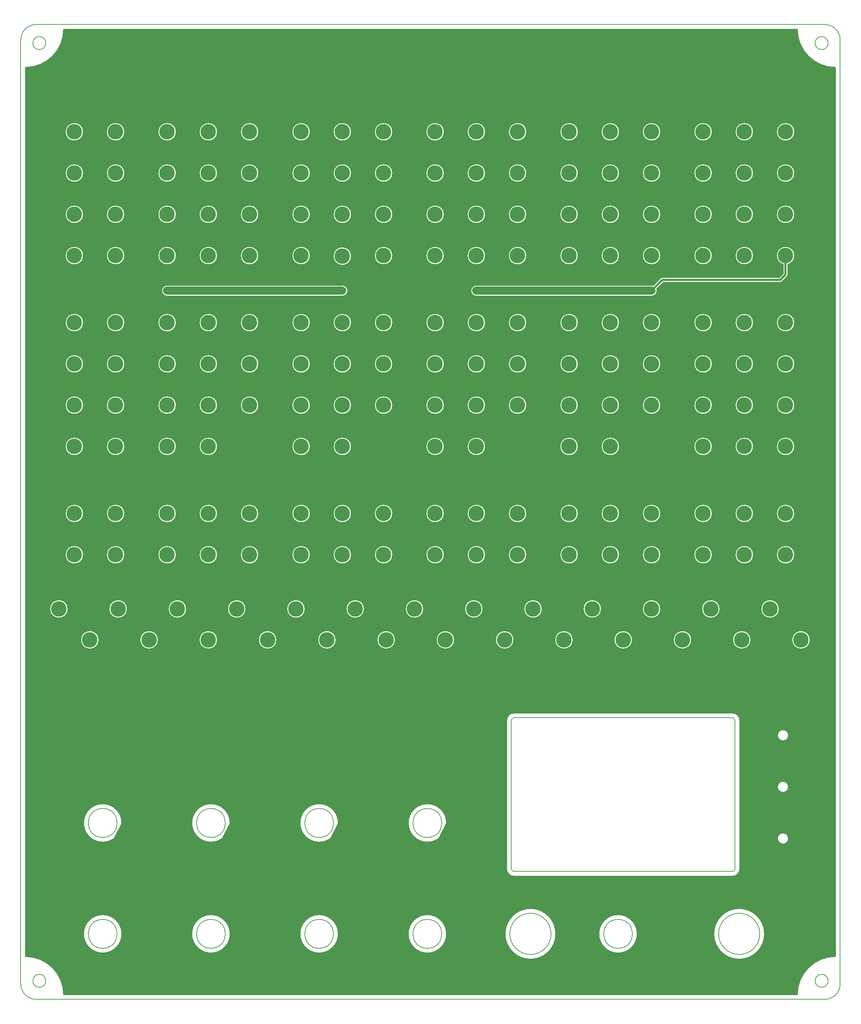
<source format=gbr>
G04 DesignSpark PCB PRO Gerber Version 9.0 Build 5138 *
G04 #@! TF.Part,Single*
G04 #@! TF.FileFunction,Copper,L1,Top *
G04 #@! TF.FilePolarity,Positive *
%FSLAX35Y35*%
%MOIN*%
%ADD13C,0.00500*%
%ADD75C,0.02000*%
G04 #@! TA.AperFunction,ViaPad*
%ADD73C,0.03600*%
G04 #@! TD.AperFunction*
%ADD74C,0.08000*%
G04 #@! TA.AperFunction,ComponentPad*
%ADD76C,0.15000*%
X0Y0D02*
D02*
D13*
X15300Y14000D02*
X780300D01*
G75*
G03X795300Y29000J15000*
G01*
Y944000*
G75*
G03X780300Y959000I-15000*
G01*
X15300*
G75*
G03X300Y944000J-15000*
G01*
Y29000*
G75*
G03X15300Y14000I15000*
G01*
X18300Y38300D02*
G75*
G03Y25700J-6300D01*
G01*
G75*
G03Y38300J6300*
G01*
Y947300D02*
G75*
G03Y934700J-6300D01*
G01*
G75*
G03Y947300J6300*
G01*
X79800Y91500D02*
G75*
G03Y63500J-14000D01*
G01*
G75*
G03Y91500J14000*
G01*
Y199000D02*
G75*
G03Y171000J-14000D01*
G01*
G75*
G03Y199000J14000*
G01*
X184800Y91500D02*
G75*
G03Y63500J-14000D01*
G01*
G75*
G03Y91500J14000*
G01*
Y199000D02*
G75*
G03Y171000J-14000D01*
G01*
G75*
G03Y199000J14000*
G01*
X289800Y91500D02*
G75*
G03Y63500J-14000D01*
G01*
G75*
G03Y91500J14000*
G01*
Y199000D02*
G75*
G03Y171000J-14000D01*
G01*
G75*
G03Y199000J14000*
G01*
X394800Y91500D02*
G75*
G03Y63500J-14000D01*
G01*
G75*
G03Y91500J14000*
G01*
Y199000D02*
G75*
G03Y171000J-14000D01*
G01*
G75*
G03Y199000J14000*
G01*
X478800Y138000D02*
X690800D01*
G75*
G03X693300Y140500J2500*
G01*
Y284500*
G75*
G03X690800Y287000I-2500*
G01*
X478800*
G75*
G03X476300Y284500J-2500*
G01*
Y140500*
G75*
G03X478800Y138000I2500*
G01*
X494800Y97500D02*
G75*
G03Y57500J-20000D01*
G01*
G75*
G03Y97500J20000*
G01*
X579800Y91500D02*
G75*
G03Y63500J-14000D01*
G01*
G75*
G03Y91500J14000*
G01*
X697300Y97500D02*
G75*
G03Y57500J-20000D01*
G01*
G75*
G03Y97500J20000*
G01*
X777300Y38300D02*
G75*
G03Y25700J-6300D01*
G01*
G75*
G03Y38300J6300*
G01*
Y947300D02*
G75*
G03Y934700J-6300D01*
G01*
G75*
G03Y947300J6300*
G01*
X790800Y917500D02*
G75*
G02X753800Y954500J37000D01*
G01*
X41800*
G75*
G02X4800Y917500I-37000*
G01*
Y55500*
G75*
G02X41800Y18500J-37000*
G01*
X753800*
G75*
G02X790800Y55500I37000*
G01*
Y917500*
X43550Y445000D02*
G75*
G02X61050I8750D01*
G01*
G75*
G02X43550I-8750*
G01*
X58550Y362500D02*
G75*
G02X76050I8750D01*
G01*
G75*
G02X58550I-8750*
G01*
X79800Y96000D02*
G75*
G02X98300Y77500J-18500D01*
G01*
G75*
G02X79800Y59000I-18500*
G01*
G75*
G02X61300Y77500J18500*
G01*
G75*
G02X79800Y96000I18500*
G01*
Y203500D02*
G75*
G02X98300Y185000J-18500D01*
G01*
G75*
G02X79800Y166500I-18500*
G01*
G75*
G02X61300Y185000J18500*
G01*
G75*
G02X79800Y203500I18500*
G01*
X43550Y485000D02*
G75*
G02X61050I8750D01*
G01*
G75*
G02X43550I-8750*
G01*
Y550000D02*
G75*
G02X61050I8750D01*
G01*
G75*
G02X43550I-8750*
G01*
Y590000D02*
G75*
G02X61050I8750D01*
G01*
G75*
G02X43550I-8750*
G01*
Y630000D02*
G75*
G02X61050I8750D01*
G01*
G75*
G02X43550I-8750*
G01*
Y670000D02*
G75*
G02X61050I8750D01*
G01*
G75*
G02X43550I-8750*
G01*
Y735000D02*
G75*
G02X61050I8750D01*
G01*
G75*
G02X43550I-8750*
G01*
Y775000D02*
G75*
G02X61050I8750D01*
G01*
G75*
G02X43550I-8750*
G01*
Y815000D02*
G75*
G02X61050I8750D01*
G01*
G75*
G02X43550I-8750*
G01*
Y855000D02*
G75*
G02X61050I8750D01*
G01*
G75*
G02X43550I-8750*
G01*
X83550Y445000D02*
G75*
G02X101050I8750D01*
G01*
G75*
G02X83550I-8750*
G01*
X86050Y392500D02*
G75*
G02X103550I8750D01*
G01*
G75*
G02X86050I-8750*
G01*
X83550Y485000D02*
G75*
G02X101050I8750D01*
G01*
G75*
G02X83550I-8750*
G01*
Y550000D02*
G75*
G02X101050I8750D01*
G01*
G75*
G02X83550I-8750*
G01*
Y590000D02*
G75*
G02X101050I8750D01*
G01*
G75*
G02X83550I-8750*
G01*
Y630000D02*
G75*
G02X101050I8750D01*
G01*
G75*
G02X83550I-8750*
G01*
Y670000D02*
G75*
G02X101050I8750D01*
G01*
G75*
G02X83550I-8750*
G01*
Y735000D02*
G75*
G02X101050I8750D01*
G01*
G75*
G02X83550I-8750*
G01*
Y775000D02*
G75*
G02X101050I8750D01*
G01*
G75*
G02X83550I-8750*
G01*
Y815000D02*
G75*
G02X101050I8750D01*
G01*
G75*
G02X83550I-8750*
G01*
Y855000D02*
G75*
G02X101050I8750D01*
G01*
G75*
G02X83550I-8750*
G01*
X116050Y362500D02*
G75*
G02X133550I8750D01*
G01*
G75*
G02X116050I-8750*
G01*
X133550Y445000D02*
G75*
G02X151050I8750D01*
G01*
G75*
G02X133550I-8750*
G01*
X143550Y392500D02*
G75*
G02X161050I8750D01*
G01*
G75*
G02X143550I-8750*
G01*
X133550Y485000D02*
G75*
G02X151050I8750D01*
G01*
G75*
G02X133550I-8750*
G01*
Y550000D02*
G75*
G02X151050I8750D01*
G01*
G75*
G02X133550I-8750*
G01*
Y590000D02*
G75*
G02X151050I8750D01*
G01*
G75*
G02X133550I-8750*
G01*
Y630000D02*
G75*
G02X151050I8750D01*
G01*
G75*
G02X133550I-8750*
G01*
Y670000D02*
G75*
G02X151050I8750D01*
G01*
G75*
G02X133550I-8750*
G01*
Y735000D02*
G75*
G02X151050I8750D01*
G01*
G75*
G02X133550I-8750*
G01*
X312300Y706250D02*
G75*
G02X317550Y701000J-5250D01*
G01*
G75*
G02X312300Y695750I-5250*
G01*
X142300*
G75*
G02X137050Y701000J5250*
G01*
G75*
G02X142300Y706250I5250*
G01*
X312300*
X258550Y392500D02*
G75*
G02X276050I8750D01*
G01*
G75*
G02X258550I-8750*
G01*
X289800Y96000D02*
G75*
G02X308300Y77500J-18500D01*
G01*
G75*
G02X289800Y59000I-18500*
G01*
G75*
G02X271300Y77500J18500*
G01*
G75*
G02X289800Y96000I18500*
G01*
Y203500D02*
G75*
G02X308300Y185000J-18500D01*
G01*
G75*
G02X289800Y166500I-18500*
G01*
G75*
G02X271300Y185000J18500*
G01*
G75*
G02X289800Y203500I18500*
G01*
X263550Y445000D02*
G75*
G02X281050I8750D01*
G01*
G75*
G02X263550I-8750*
G01*
Y485000D02*
G75*
G02X281050I8750D01*
G01*
G75*
G02X263550I-8750*
G01*
Y550000D02*
G75*
G02X281050I8750D01*
G01*
G75*
G02X263550I-8750*
G01*
Y590000D02*
G75*
G02X281050I8750D01*
G01*
G75*
G02X263550I-8750*
G01*
Y630000D02*
G75*
G02X281050I8750D01*
G01*
G75*
G02X263550I-8750*
G01*
Y670000D02*
G75*
G02X281050I8750D01*
G01*
G75*
G02X263550I-8750*
G01*
X288550Y362500D02*
G75*
G02X306050I8750D01*
G01*
G75*
G02X288550I-8750*
G01*
X303550Y445000D02*
G75*
G02X321050I8750D01*
G01*
G75*
G02X303550I-8750*
G01*
X316050Y392500D02*
G75*
G02X333550I8750D01*
G01*
G75*
G02X316050I-8750*
G01*
X303550Y485000D02*
G75*
G02X321050I8750D01*
G01*
G75*
G02X303550I-8750*
G01*
Y550000D02*
G75*
G02X321050I8750D01*
G01*
G75*
G02X303550I-8750*
G01*
Y590000D02*
G75*
G02X321050I8750D01*
G01*
G75*
G02X303550I-8750*
G01*
Y630000D02*
G75*
G02X321050I8750D01*
G01*
G75*
G02X303550I-8750*
G01*
Y670000D02*
G75*
G02X321050I8750D01*
G01*
G75*
G02X303550I-8750*
G01*
X184800Y96000D02*
G75*
G02Y59000J-18500D01*
G01*
G75*
G02X166300Y77500J18500*
G01*
G75*
G02X184800Y96000I18500*
G01*
Y203500D02*
G75*
G02X203300Y185000J-18500D01*
G01*
G75*
G02X184800Y166500I-18500*
G01*
G75*
G02X166300Y185000J18500*
G01*
G75*
G02X184800Y203500I18500*
G01*
X173550Y362500D02*
G75*
G02X191050I8750D01*
G01*
G75*
G02X173550I-8750*
G01*
Y445000D02*
G75*
G02X191050I8750D01*
G01*
G75*
G02X173550I-8750*
G01*
Y485000D02*
G75*
G02X191050I8750D01*
G01*
G75*
G02X173550I-8750*
G01*
Y550000D02*
G75*
G02X191050I8750D01*
G01*
G75*
G02X173550I-8750*
G01*
Y590000D02*
G75*
G02X191050I8750D01*
G01*
G75*
G02X173550I-8750*
G01*
Y630000D02*
G75*
G02X191050I8750D01*
G01*
G75*
G02X173550I-8750*
G01*
Y670000D02*
G75*
G02X191050I8750D01*
G01*
G75*
G02X173550I-8750*
G01*
X201050Y392500D02*
G75*
G02X218550I8750D01*
G01*
G75*
G02X201050I-8750*
G01*
X213550Y445000D02*
G75*
G02X231050I8750D01*
G01*
G75*
G02X213550I-8750*
G01*
X231050Y362500D02*
G75*
G02X248550I8750D01*
G01*
G75*
G02X231050I-8750*
G01*
X213550Y485000D02*
G75*
G02X231050I8750D01*
G01*
G75*
G02X213550I-8750*
G01*
Y590000D02*
G75*
G02X231050I8750D01*
G01*
G75*
G02X213550I-8750*
G01*
Y630000D02*
G75*
G02X231050I8750D01*
G01*
G75*
G02X213550I-8750*
G01*
Y670000D02*
G75*
G02X231050I8750D01*
G01*
G75*
G02X213550I-8750*
G01*
X133550Y775000D02*
G75*
G02X151050I8750D01*
G01*
G75*
G02X133550I-8750*
G01*
Y815000D02*
G75*
G02X151050I8750D01*
G01*
G75*
G02X133550I-8750*
G01*
Y855000D02*
G75*
G02X151050I8750D01*
G01*
G75*
G02X133550I-8750*
G01*
X173550Y735000D02*
G75*
G02X191050I8750D01*
G01*
G75*
G02X173550I-8750*
G01*
Y775000D02*
G75*
G02X191050I8750D01*
G01*
G75*
G02X173550I-8750*
G01*
Y815000D02*
G75*
G02X191050I8750D01*
G01*
G75*
G02X173550I-8750*
G01*
Y855000D02*
G75*
G02X191050I8750D01*
G01*
G75*
G02X173550I-8750*
G01*
X213550Y735000D02*
G75*
G02X231050I8750D01*
G01*
G75*
G02X213550I-8750*
G01*
Y775000D02*
G75*
G02X231050I8750D01*
G01*
G75*
G02X213550I-8750*
G01*
Y815000D02*
G75*
G02X231050I8750D01*
G01*
G75*
G02X213550I-8750*
G01*
Y855000D02*
G75*
G02X231050I8750D01*
G01*
G75*
G02X213550I-8750*
G01*
X263550Y735000D02*
G75*
G02X281050I8750D01*
G01*
G75*
G02X263550I-8750*
G01*
Y775000D02*
G75*
G02X281050I8750D01*
G01*
G75*
G02X263550I-8750*
G01*
Y815000D02*
G75*
G02X281050I8750D01*
G01*
G75*
G02X263550I-8750*
G01*
Y855000D02*
G75*
G02X281050I8750D01*
G01*
G75*
G02X263550I-8750*
G01*
X303550Y734500D02*
G75*
G02X321050I8750D01*
G01*
G75*
G02X303550I-8750*
G01*
Y775000D02*
G75*
G02X321050I8750D01*
G01*
G75*
G02X303550I-8750*
G01*
Y815000D02*
G75*
G02X321050I8750D01*
G01*
G75*
G02X303550I-8750*
G01*
Y855000D02*
G75*
G02X321050I8750D01*
G01*
G75*
G02X303550I-8750*
G01*
X343550Y445000D02*
G75*
G02X361050I8750D01*
G01*
G75*
G02X343550I-8750*
G01*
X346050Y362500D02*
G75*
G02X363550I8750D01*
G01*
G75*
G02X346050I-8750*
G01*
X343550Y485000D02*
G75*
G02X361050I8750D01*
G01*
G75*
G02X343550I-8750*
G01*
Y590000D02*
G75*
G02X361050I8750D01*
G01*
G75*
G02X343550I-8750*
G01*
Y630000D02*
G75*
G02X361050I8750D01*
G01*
G75*
G02X343550I-8750*
G01*
Y670000D02*
G75*
G02X361050I8750D01*
G01*
G75*
G02X343550I-8750*
G01*
Y735000D02*
G75*
G02X361050I8750D01*
G01*
G75*
G02X343550I-8750*
G01*
Y775000D02*
G75*
G02X361050I8750D01*
G01*
G75*
G02X343550I-8750*
G01*
Y815000D02*
G75*
G02X361050I8750D01*
G01*
G75*
G02X343550I-8750*
G01*
Y855000D02*
G75*
G02X361050I8750D01*
G01*
G75*
G02X343550I-8750*
G01*
X373550Y392500D02*
G75*
G02X391050I8750D01*
G01*
G75*
G02X373550I-8750*
G01*
X394800Y96000D02*
G75*
G02X413300Y77500J-18500D01*
G01*
G75*
G02X394800Y59000I-18500*
G01*
G75*
G02X376300Y77500J18500*
G01*
G75*
G02X394800Y96000I18500*
G01*
Y203500D02*
G75*
G02X413300Y185000J-18500D01*
G01*
G75*
G02X394800Y166500I-18500*
G01*
G75*
G02X376300Y185000J18500*
G01*
G75*
G02X394800Y203500I18500*
G01*
X393550Y445000D02*
G75*
G02X411050I8750D01*
G01*
G75*
G02X393550I-8750*
G01*
X403550Y362500D02*
G75*
G02X421050I8750D01*
G01*
G75*
G02X403550I-8750*
G01*
X393550Y485000D02*
G75*
G02X411050I8750D01*
G01*
G75*
G02X393550I-8750*
G01*
Y550000D02*
G75*
G02X411050I8750D01*
G01*
G75*
G02X393550I-8750*
G01*
Y590000D02*
G75*
G02X411050I8750D01*
G01*
G75*
G02X393550I-8750*
G01*
Y630000D02*
G75*
G02X411050I8750D01*
G01*
G75*
G02X393550I-8750*
G01*
Y670000D02*
G75*
G02X411050I8750D01*
G01*
G75*
G02X393550I-8750*
G01*
Y735000D02*
G75*
G02X411050I8750D01*
G01*
G75*
G02X393550I-8750*
G01*
Y775000D02*
G75*
G02X411050I8750D01*
G01*
G75*
G02X393550I-8750*
G01*
Y815000D02*
G75*
G02X411050I8750D01*
G01*
G75*
G02X393550I-8750*
G01*
Y855000D02*
G75*
G02X411050I8750D01*
G01*
G75*
G02X393550I-8750*
G01*
X431050Y392500D02*
G75*
G02X448550I8750D01*
G01*
G75*
G02X431050I-8750*
G01*
X433550Y445000D02*
G75*
G02X451050I8750D01*
G01*
G75*
G02X433550I-8750*
G01*
Y485000D02*
G75*
G02X451050I8750D01*
G01*
G75*
G02X433550I-8750*
G01*
Y550000D02*
G75*
G02X451050I8750D01*
G01*
G75*
G02X433550I-8750*
G01*
Y590000D02*
G75*
G02X451050I8750D01*
G01*
G75*
G02X433550I-8750*
G01*
Y630000D02*
G75*
G02X451050I8750D01*
G01*
G75*
G02X433550I-8750*
G01*
Y670000D02*
G75*
G02X451050I8750D01*
G01*
G75*
G02X433550I-8750*
G01*
Y735000D02*
G75*
G02X451050I8750D01*
G01*
G75*
G02X433550I-8750*
G01*
X733550D02*
G75*
G02X751050I8750D01*
G01*
G75*
G02X744550Y726544I-8750*
G01*
Y716504*
G75*
G02Y716501I-814J-1*
G01*
G75*
G02Y716500I-716J0*
G01*
G75*
G02X743891Y714909I-2250*
G01*
X738891Y709909*
G75*
G02X737296Y709250I-1591J1591*
G01*
X623732*
X617245Y702763*
G75*
G02X612300Y695750I-4945J-1763*
G01*
X442300*
G75*
G02X437050Y701000J5250*
G01*
G75*
G02X442300Y706250I5250*
G01*
X612300*
G75*
G02X614063Y705945I0J-5250*
G01*
X621206Y713089*
G75*
G02X622800Y713750I1593J-1589*
G01*
X736368*
X740050Y717432*
Y726544*
G75*
G02X733550Y735000I2250J8456*
G01*
X633550Y362500D02*
G75*
G02X651050I8750D01*
G01*
G75*
G02X633550I-8750*
G01*
X653550Y445000D02*
G75*
G02X671050I8750D01*
G01*
G75*
G02X653550I-8750*
G01*
X661050Y392500D02*
G75*
G02X678550I8750D01*
G01*
G75*
G02X661050I-8750*
G01*
X653550Y485000D02*
G75*
G02X671050I8750D01*
G01*
G75*
G02X653550I-8750*
G01*
Y550000D02*
G75*
G02X671050I8750D01*
G01*
G75*
G02X653550I-8750*
G01*
Y590000D02*
G75*
G02X671050I8750D01*
G01*
G75*
G02X653550I-8750*
G01*
Y630000D02*
G75*
G02X671050I8750D01*
G01*
G75*
G02X653550I-8750*
G01*
Y670000D02*
G75*
G02X671050I8750D01*
G01*
G75*
G02X653550I-8750*
G01*
X691050Y362500D02*
G75*
G02X708550I8750D01*
G01*
G75*
G02X691050I-8750*
G01*
X693550Y445000D02*
G75*
G02X711050I8750D01*
G01*
G75*
G02X693550I-8750*
G01*
Y485000D02*
G75*
G02X711050I8750D01*
G01*
G75*
G02X693550I-8750*
G01*
Y550000D02*
G75*
G02X711050I8750D01*
G01*
G75*
G02X693550I-8750*
G01*
Y590000D02*
G75*
G02X711050I8750D01*
G01*
G75*
G02X693550I-8750*
G01*
Y630000D02*
G75*
G02X711050I8750D01*
G01*
G75*
G02X693550I-8750*
G01*
Y670000D02*
G75*
G02X711050I8750D01*
G01*
G75*
G02X693550I-8750*
G01*
X718550Y392500D02*
G75*
G02X736050I8750D01*
G01*
G75*
G02X718550I-8750*
G01*
X739800Y175250D02*
G75*
G02X745050Y170000J-5250D01*
G01*
G75*
G02X739800Y164750I-5250*
G01*
G75*
G02X734550Y170000J5250*
G01*
G75*
G02X739800Y175250I5250*
G01*
Y225250D02*
G75*
G02X745050Y220000J-5250D01*
G01*
G75*
G02X739800Y214750I-5250*
G01*
G75*
G02X734550Y220000J5250*
G01*
G75*
G02X739800Y225250I5250*
G01*
Y275250D02*
G75*
G02X745050Y270000J-5250D01*
G01*
G75*
G02X739800Y264750I-5250*
G01*
G75*
G02X734550Y270000J5250*
G01*
G75*
G02X739800Y275250I5250*
G01*
X733550Y445000D02*
G75*
G02X751050I8750D01*
G01*
G75*
G02X733550I-8750*
G01*
X748550Y362500D02*
G75*
G02X766050I8750D01*
G01*
G75*
G02X748550I-8750*
G01*
X733550Y485000D02*
G75*
G02X751050I8750D01*
G01*
G75*
G02X733550I-8750*
G01*
Y550000D02*
G75*
G02X751050I8750D01*
G01*
G75*
G02X733550I-8750*
G01*
Y590000D02*
G75*
G02X751050I8750D01*
G01*
G75*
G02X733550I-8750*
G01*
Y630000D02*
G75*
G02X751050I8750D01*
G01*
G75*
G02X733550I-8750*
G01*
Y670000D02*
G75*
G02X751050I8750D01*
G01*
G75*
G02X733550I-8750*
G01*
X518550Y362500D02*
G75*
G02X536050I8750D01*
G01*
G75*
G02X518550I-8750*
G01*
X523550Y445000D02*
G75*
G02X541050I8750D01*
G01*
G75*
G02X523550I-8750*
G01*
Y485000D02*
G75*
G02X541050I8750D01*
G01*
G75*
G02X523550I-8750*
G01*
Y550000D02*
G75*
G02X541050I8750D01*
G01*
G75*
G02X523550I-8750*
G01*
Y590000D02*
G75*
G02X541050I8750D01*
G01*
G75*
G02X523550I-8750*
G01*
Y630000D02*
G75*
G02X541050I8750D01*
G01*
G75*
G02X523550I-8750*
G01*
Y670000D02*
G75*
G02X541050I8750D01*
G01*
G75*
G02X523550I-8750*
G01*
X546050Y392500D02*
G75*
G02X563550I8750D01*
G01*
G75*
G02X546050I-8750*
G01*
X563550Y445000D02*
G75*
G02X581050I8750D01*
G01*
G75*
G02X563550I-8750*
G01*
X576050Y362500D02*
G75*
G02X593550I8750D01*
G01*
G75*
G02X576050I-8750*
G01*
X563550Y485000D02*
G75*
G02X581050I8750D01*
G01*
G75*
G02X563550I-8750*
G01*
Y550000D02*
G75*
G02X581050I8750D01*
G01*
G75*
G02X563550I-8750*
G01*
Y590000D02*
G75*
G02X581050I8750D01*
G01*
G75*
G02X563550I-8750*
G01*
Y630000D02*
G75*
G02X581050I8750D01*
G01*
G75*
G02X563550I-8750*
G01*
Y670000D02*
G75*
G02X581050I8750D01*
G01*
G75*
G02X563550I-8750*
G01*
X603550Y392500D02*
G75*
G02X621050I8750D01*
G01*
G75*
G02X603550I-8750*
G01*
Y445000D02*
G75*
G02X621050I8750D01*
G01*
G75*
G02X603550I-8750*
G01*
Y485000D02*
G75*
G02X621050I8750D01*
G01*
G75*
G02X603550I-8750*
G01*
Y590000D02*
G75*
G02X621050I8750D01*
G01*
G75*
G02X603550I-8750*
G01*
Y630000D02*
G75*
G02X621050I8750D01*
G01*
G75*
G02X603550I-8750*
G01*
Y670000D02*
G75*
G02X621050I8750D01*
G01*
G75*
G02X603550I-8750*
G01*
X461050Y362500D02*
G75*
G02X478550I8750D01*
G01*
G75*
G02X461050I-8750*
G01*
X470300Y77500D02*
G75*
G02X519300I24500D01*
G01*
G75*
G02X470300I-24500*
G01*
X690800Y291500D02*
G75*
G02X697800Y284500J-7000D01*
G01*
Y140500*
G75*
G02X690800Y133500I-7000*
G01*
X478800*
G75*
G02X471800Y140500J7000*
G01*
Y284500*
G75*
G02X478800Y291500I7000*
G01*
X690800*
X579800Y96000D02*
G75*
G02Y59000J-18500D01*
G01*
G75*
G02X561300Y77500J18500*
G01*
G75*
G02X579800Y96000I18500*
G01*
X672800Y77500D02*
G75*
G02X721800I24500D01*
G01*
G75*
G02X672800I-24500*
G01*
X473550Y445000D02*
G75*
G02X491050I8750D01*
G01*
G75*
G02X473550I-8750*
G01*
X488550Y392500D02*
G75*
G02X506050I8750D01*
G01*
G75*
G02X488550I-8750*
G01*
X473550Y485000D02*
G75*
G02X491050I8750D01*
G01*
G75*
G02X473550I-8750*
G01*
Y590000D02*
G75*
G02X491050I8750D01*
G01*
G75*
G02X473550I-8750*
G01*
Y630000D02*
G75*
G02X491050I8750D01*
G01*
G75*
G02X473550I-8750*
G01*
Y670000D02*
G75*
G02X491050I8750D01*
G01*
G75*
G02X473550I-8750*
G01*
X433550Y775000D02*
G75*
G02X451050I8750D01*
G01*
G75*
G02X433550I-8750*
G01*
Y815000D02*
G75*
G02X451050I8750D01*
G01*
G75*
G02X433550I-8750*
G01*
Y855000D02*
G75*
G02X451050I8750D01*
G01*
G75*
G02X433550I-8750*
G01*
X473550Y735000D02*
G75*
G02X491050I8750D01*
G01*
G75*
G02X473550I-8750*
G01*
Y775000D02*
G75*
G02X491050I8750D01*
G01*
G75*
G02X473550I-8750*
G01*
Y815000D02*
G75*
G02X491050I8750D01*
G01*
G75*
G02X473550I-8750*
G01*
Y855000D02*
G75*
G02X491050I8750D01*
G01*
G75*
G02X473550I-8750*
G01*
X523550Y735000D02*
G75*
G02X541050I8750D01*
G01*
G75*
G02X523550I-8750*
G01*
Y775000D02*
G75*
G02X541050I8750D01*
G01*
G75*
G02X523550I-8750*
G01*
Y815000D02*
G75*
G02X541050I8750D01*
G01*
G75*
G02X523550I-8750*
G01*
Y855000D02*
G75*
G02X541050I8750D01*
G01*
G75*
G02X523550I-8750*
G01*
X563550Y735000D02*
G75*
G02X581050I8750D01*
G01*
G75*
G02X563550I-8750*
G01*
Y775000D02*
G75*
G02X581050I8750D01*
G01*
G75*
G02X563550I-8750*
G01*
Y815000D02*
G75*
G02X581050I8750D01*
G01*
G75*
G02X563550I-8750*
G01*
Y855000D02*
G75*
G02X581050I8750D01*
G01*
G75*
G02X563550I-8750*
G01*
X603550Y735000D02*
G75*
G02X621050I8750D01*
G01*
G75*
G02X603550I-8750*
G01*
Y775000D02*
G75*
G02X621050I8750D01*
G01*
G75*
G02X603550I-8750*
G01*
Y815000D02*
G75*
G02X621050I8750D01*
G01*
G75*
G02X603550I-8750*
G01*
Y855000D02*
G75*
G02X621050I8750D01*
G01*
G75*
G02X603550I-8750*
G01*
X653550Y735000D02*
G75*
G02X671050I8750D01*
G01*
G75*
G02X653550I-8750*
G01*
Y775000D02*
G75*
G02X671050I8750D01*
G01*
G75*
G02X653550I-8750*
G01*
Y815000D02*
G75*
G02X671050I8750D01*
G01*
G75*
G02X653550I-8750*
G01*
Y855000D02*
G75*
G02X671050I8750D01*
G01*
G75*
G02X653550I-8750*
G01*
X693550Y735000D02*
G75*
G02X711050I8750D01*
G01*
G75*
G02X693550I-8750*
G01*
Y775000D02*
G75*
G02X711050I8750D01*
G01*
G75*
G02X693550I-8750*
G01*
Y815000D02*
G75*
G02X711050I8750D01*
G01*
G75*
G02X693550I-8750*
G01*
Y855000D02*
G75*
G02X711050I8750D01*
G01*
G75*
G02X693550I-8750*
G01*
X733550Y775000D02*
G75*
G02X751050I8750D01*
G01*
G75*
G02X733550I-8750*
G01*
Y815000D02*
G75*
G02X751050I8750D01*
G01*
G75*
G02X733550I-8750*
G01*
Y855000D02*
G75*
G02X751050I8750D01*
G01*
G75*
G02X733550I-8750*
G01*
X28550Y392500D02*
G75*
G02X46050I8750D01*
G01*
G75*
G02X28550I-8750*
G01*
X5050Y77500D02*
G36*
Y55499D01*
G75*
G02X41799Y18750I-250J-36999*
G01*
X753801*
G75*
G02X790550Y55499I36999J-250*
G01*
Y77500*
X721800*
G75*
G02X672800I-24500*
G01*
X598300*
G75*
G02X579800Y59000I-18500*
G01*
G75*
G02X561300Y77500J18500*
G01*
X519300*
G75*
G02X470300I-24500*
G01*
X413300*
G75*
G02X394800Y59000I-18500*
G01*
G75*
G02X376300Y77500J18500*
G01*
X308300*
G75*
G02X289800Y59000I-18500*
G01*
G75*
G02X271300Y77500J18500*
G01*
X203300*
G75*
G02X184800Y59000I-18500*
G01*
G75*
G02X166300Y77500J18500*
G01*
X98300*
G75*
G02X79800Y59000I-18500*
G01*
G75*
G02X61300Y77500J18500*
G01*
X5050*
G37*
Y170000D02*
G36*
Y77500D01*
X61300*
G75*
G02X79800Y96000I18500*
G01*
G75*
G02X98300Y77500J-18500*
G01*
X166300*
G75*
G02X184800Y96000I18500*
G01*
G75*
G02X203300Y77500J-18500*
G01*
X271300*
G75*
G02X289800Y96000I18500*
G01*
G75*
G02X308300Y77500J-18500*
G01*
X376300*
G75*
G02X394800Y96000I18500*
G01*
G75*
G02X413300Y77500J-18500*
G01*
X470300*
G75*
G02X519300I24500*
G01*
X561300*
G75*
G02X579800Y96000I18500*
G01*
G75*
G02X598300Y77500J-18500*
G01*
X672800*
G75*
G02X721800I24500*
G01*
X790550*
Y170000*
X745050*
G75*
G02X739800Y164750I-5250*
G01*
G75*
G02X734550Y170000J5250*
G01*
X697800*
Y140500*
G75*
G02X690800Y133500I-7000*
G01*
X478800*
G75*
G02X471800Y140500J7000*
G01*
Y170000*
X405628*
G75*
G02X394800Y166500I-10828J15000*
G01*
G75*
G02X383972Y170000J18500*
G01*
X300628*
G75*
G02X289800Y166500I-10828J15000*
G01*
G75*
G02X278972Y170000J18500*
G01*
X195628*
G75*
G02X184800Y166500I-10828J15000*
G01*
G75*
G02X173972Y170000J18500*
G01*
X90628*
G75*
G02X79800Y166500I-10828J15000*
G01*
G75*
G02X68972Y170000J18500*
G01*
X5050*
G37*
Y185000D02*
G36*
Y170000D01*
X68972*
G75*
G02X61300Y185000I10828J15000*
G01*
X5050*
G37*
X98300D02*
G36*
G75*
G02X90628Y170000I-18500D01*
G01*
X173972*
G75*
G02X166300Y185000I10828J15000*
G01*
X98300*
G37*
X203300D02*
G36*
G75*
G02X195628Y170000I-18500D01*
G01*
X278972*
G75*
G02X271300Y185000I10828J15000*
G01*
X203300*
G37*
X308300D02*
G36*
G75*
G02X300628Y170000I-18500D01*
G01*
X383972*
G75*
G02X376300Y185000I10828J15000*
G01*
X308300*
G37*
X413300D02*
G36*
G75*
G02X405628Y170000I-18500D01*
G01*
X471800*
Y185000*
X413300*
G37*
X697800D02*
G36*
Y170000D01*
X734550*
G75*
G02X739800Y175250I5250*
G01*
G75*
G02X745050Y170000J-5250*
G01*
X790550*
Y185000*
X697800*
G37*
X5050Y220000D02*
G36*
Y185000D01*
X61300*
G75*
G02X79800Y203500I18500*
G01*
G75*
G02X98300Y185000J-18500*
G01*
X166300*
G75*
G02X184800Y203500I18500*
G01*
G75*
G02X203300Y185000J-18500*
G01*
X271300*
G75*
G02X289800Y203500I18500*
G01*
G75*
G02X308300Y185000J-18500*
G01*
X376300*
G75*
G02X394800Y203500I18500*
G01*
G75*
G02X413300Y185000J-18500*
G01*
X471800*
Y220000*
X5050*
G37*
X697800D02*
G36*
Y185000D01*
X790550*
Y220000*
X745050*
G75*
G02X739800Y214750I-5250*
G01*
G75*
G02X734550Y220000J5250*
G01*
X697800*
G37*
X5050Y270000D02*
G36*
Y220000D01*
X471800*
Y270000*
X5050*
G37*
X697800D02*
G36*
Y220000D01*
X734550*
G75*
G02X739800Y225250I5250*
G01*
G75*
G02X745050Y220000J-5250*
G01*
X790550*
Y270000*
X745050*
G75*
G02X739800Y264750I-5250*
G01*
G75*
G02X734550Y270000J5250*
G01*
X697800*
G37*
X5050Y362500D02*
G36*
Y270000D01*
X471800*
Y284500*
G75*
G02X478800Y291500I7000*
G01*
X690800*
G75*
G02X697800Y284500J-7000*
G01*
Y270000*
X734550*
G75*
G02X739800Y275250I5250*
G01*
G75*
G02X745050Y270000J-5250*
G01*
X790550*
Y362500*
X766050*
G75*
G02X748550I-8750*
G01*
X708550*
G75*
G02X691050I-8750*
G01*
X651050*
G75*
G02X633550I-8750*
G01*
X593550*
G75*
G02X576050I-8750*
G01*
X536050*
G75*
G02X518550I-8750*
G01*
X478550*
G75*
G02X461050I-8750*
G01*
X421050*
G75*
G02X403550I-8750*
G01*
X363550*
G75*
G02X346050I-8750*
G01*
X306050*
G75*
G02X288550I-8750*
G01*
X248550*
G75*
G02X231050I-8750*
G01*
X191050*
G75*
G02X173550I-8750*
G01*
X133550*
G75*
G02X116050I-8750*
G01*
X76050*
G75*
G02X58550I-8750*
G01*
X5050*
G37*
Y392500D02*
G36*
Y362500D01*
X58550*
G75*
G02X76050I8750*
G01*
X116050*
G75*
G02X133550I8750*
G01*
X173550*
G75*
G02X191050I8750*
G01*
X231050*
G75*
G02X248550I8750*
G01*
X288550*
G75*
G02X306050I8750*
G01*
X346050*
G75*
G02X363550I8750*
G01*
X403550*
G75*
G02X421050I8750*
G01*
X461050*
G75*
G02X478550I8750*
G01*
X518550*
G75*
G02X536050I8750*
G01*
X576050*
G75*
G02X593550I8750*
G01*
X633550*
G75*
G02X651050I8750*
G01*
X691050*
G75*
G02X708550I8750*
G01*
X748550*
G75*
G02X766050I8750*
G01*
X790550*
Y392500*
X736050*
G75*
G02X718550I-8750*
G01*
X678550*
G75*
G02X661050I-8750*
G01*
X621050*
G75*
G02X603550I-8750*
G01*
X563550*
G75*
G02X546050I-8750*
G01*
X506050*
G75*
G02X488550I-8750*
G01*
X448550*
G75*
G02X431050I-8750*
G01*
X391050*
G75*
G02X373550I-8750*
G01*
X333550*
G75*
G02X316050I-8750*
G01*
X276050*
G75*
G02X258550I-8750*
G01*
X218550*
G75*
G02X201050I-8750*
G01*
X161050*
G75*
G02X143550I-8750*
G01*
X103550*
G75*
G02X86050I-8750*
G01*
X46050*
G75*
G02X28550I-8750*
G01*
X5050*
G37*
Y445000D02*
G36*
Y392500D01*
X28550*
G75*
G02X46050I8750*
G01*
X86050*
G75*
G02X103550I8750*
G01*
X143550*
G75*
G02X161050I8750*
G01*
X201050*
G75*
G02X218550I8750*
G01*
X258550*
G75*
G02X276050I8750*
G01*
X316050*
G75*
G02X333550I8750*
G01*
X373550*
G75*
G02X391050I8750*
G01*
X431050*
G75*
G02X448550I8750*
G01*
X488550*
G75*
G02X506050I8750*
G01*
X546050*
G75*
G02X563550I8750*
G01*
X603550*
G75*
G02X621050I8750*
G01*
X661050*
G75*
G02X678550I8750*
G01*
X718550*
G75*
G02X736050I8750*
G01*
X790550*
Y445000*
X751050*
G75*
G02X733550I-8750*
G01*
X711050*
G75*
G02X693550I-8750*
G01*
X671050*
G75*
G02X653550I-8750*
G01*
X621050*
G75*
G02X603550I-8750*
G01*
X581050*
G75*
G02X563550I-8750*
G01*
X541050*
G75*
G02X523550I-8750*
G01*
X491050*
G75*
G02X473550I-8750*
G01*
X451050*
G75*
G02X433550I-8750*
G01*
X411050*
G75*
G02X393550I-8750*
G01*
X361050*
G75*
G02X343550I-8750*
G01*
X321050*
G75*
G02X303550I-8750*
G01*
X281050*
G75*
G02X263550I-8750*
G01*
X231050*
G75*
G02X213550I-8750*
G01*
X191050*
G75*
G02X173550I-8750*
G01*
X151050*
G75*
G02X133550I-8750*
G01*
X101050*
G75*
G02X83550I-8750*
G01*
X61050*
G75*
G02X43550I-8750*
G01*
X5050*
G37*
Y485000D02*
G36*
Y445000D01*
X43550*
G75*
G02X61050I8750*
G01*
X83550*
G75*
G02X101050I8750*
G01*
X133550*
G75*
G02X151050I8750*
G01*
X173550*
G75*
G02X191050I8750*
G01*
X213550*
G75*
G02X231050I8750*
G01*
X263550*
G75*
G02X281050I8750*
G01*
X303550*
G75*
G02X321050I8750*
G01*
X343550*
G75*
G02X361050I8750*
G01*
X393550*
G75*
G02X411050I8750*
G01*
X433550*
G75*
G02X451050I8750*
G01*
X473550*
G75*
G02X491050I8750*
G01*
X523550*
G75*
G02X541050I8750*
G01*
X563550*
G75*
G02X581050I8750*
G01*
X603550*
G75*
G02X621050I8750*
G01*
X653550*
G75*
G02X671050I8750*
G01*
X693550*
G75*
G02X711050I8750*
G01*
X733550*
G75*
G02X751050I8750*
G01*
X790550*
Y485000*
X751050*
G75*
G02X733550I-8750*
G01*
X711050*
G75*
G02X693550I-8750*
G01*
X671050*
G75*
G02X653550I-8750*
G01*
X621050*
G75*
G02X603550I-8750*
G01*
X581050*
G75*
G02X563550I-8750*
G01*
X541050*
G75*
G02X523550I-8750*
G01*
X491050*
G75*
G02X473550I-8750*
G01*
X451050*
G75*
G02X433550I-8750*
G01*
X411050*
G75*
G02X393550I-8750*
G01*
X361050*
G75*
G02X343550I-8750*
G01*
X321050*
G75*
G02X303550I-8750*
G01*
X281050*
G75*
G02X263550I-8750*
G01*
X231050*
G75*
G02X213550I-8750*
G01*
X191050*
G75*
G02X173550I-8750*
G01*
X151050*
G75*
G02X133550I-8750*
G01*
X101050*
G75*
G02X83550I-8750*
G01*
X61050*
G75*
G02X43550I-8750*
G01*
X5050*
G37*
Y550000D02*
G36*
Y485000D01*
X43550*
G75*
G02X61050I8750*
G01*
X83550*
G75*
G02X101050I8750*
G01*
X133550*
G75*
G02X151050I8750*
G01*
X173550*
G75*
G02X191050I8750*
G01*
X213550*
G75*
G02X231050I8750*
G01*
X263550*
G75*
G02X281050I8750*
G01*
X303550*
G75*
G02X321050I8750*
G01*
X343550*
G75*
G02X361050I8750*
G01*
X393550*
G75*
G02X411050I8750*
G01*
X433550*
G75*
G02X451050I8750*
G01*
X473550*
G75*
G02X491050I8750*
G01*
X523550*
G75*
G02X541050I8750*
G01*
X563550*
G75*
G02X581050I8750*
G01*
X603550*
G75*
G02X621050I8750*
G01*
X653550*
G75*
G02X671050I8750*
G01*
X693550*
G75*
G02X711050I8750*
G01*
X733550*
G75*
G02X751050I8750*
G01*
X790550*
Y550000*
X751050*
G75*
G02X733550I-8750*
G01*
X711050*
G75*
G02X693550I-8750*
G01*
X671050*
G75*
G02X653550I-8750*
G01*
X581050*
G75*
G02X563550I-8750*
G01*
X541050*
G75*
G02X523550I-8750*
G01*
X451050*
G75*
G02X433550I-8750*
G01*
X411050*
G75*
G02X393550I-8750*
G01*
X321050*
G75*
G02X303550I-8750*
G01*
X281050*
G75*
G02X263550I-8750*
G01*
X191050*
G75*
G02X173550I-8750*
G01*
X151050*
G75*
G02X133550I-8750*
G01*
X101050*
G75*
G02X83550I-8750*
G01*
X61050*
G75*
G02X43550I-8750*
G01*
X5050*
G37*
Y590000D02*
G36*
Y550000D01*
X43550*
G75*
G02X61050I8750*
G01*
X83550*
G75*
G02X101050I8750*
G01*
X133550*
G75*
G02X151050I8750*
G01*
X173550*
G75*
G02X191050I8750*
G01*
X263550*
G75*
G02X281050I8750*
G01*
X303550*
G75*
G02X321050I8750*
G01*
X393550*
G75*
G02X411050I8750*
G01*
X433550*
G75*
G02X451050I8750*
G01*
X523550*
G75*
G02X541050I8750*
G01*
X563550*
G75*
G02X581050I8750*
G01*
X653550*
G75*
G02X671050I8750*
G01*
X693550*
G75*
G02X711050I8750*
G01*
X733550*
G75*
G02X751050I8750*
G01*
X790550*
Y590000*
X751050*
G75*
G02X733550I-8750*
G01*
X711050*
G75*
G02X693550I-8750*
G01*
X671050*
G75*
G02X653550I-8750*
G01*
X621050*
G75*
G02X603550I-8750*
G01*
X581050*
G75*
G02X563550I-8750*
G01*
X541050*
G75*
G02X523550I-8750*
G01*
X491050*
G75*
G02X473550I-8750*
G01*
X451050*
G75*
G02X433550I-8750*
G01*
X411050*
G75*
G02X393550I-8750*
G01*
X361050*
G75*
G02X343550I-8750*
G01*
X321050*
G75*
G02X303550I-8750*
G01*
X281050*
G75*
G02X263550I-8750*
G01*
X231050*
G75*
G02X213550I-8750*
G01*
X191050*
G75*
G02X173550I-8750*
G01*
X151050*
G75*
G02X133550I-8750*
G01*
X101050*
G75*
G02X83550I-8750*
G01*
X61050*
G75*
G02X43550I-8750*
G01*
X5050*
G37*
Y630000D02*
G36*
Y590000D01*
X43550*
G75*
G02X61050I8750*
G01*
X83550*
G75*
G02X101050I8750*
G01*
X133550*
G75*
G02X151050I8750*
G01*
X173550*
G75*
G02X191050I8750*
G01*
X213550*
G75*
G02X231050I8750*
G01*
X263550*
G75*
G02X281050I8750*
G01*
X303550*
G75*
G02X321050I8750*
G01*
X343550*
G75*
G02X361050I8750*
G01*
X393550*
G75*
G02X411050I8750*
G01*
X433550*
G75*
G02X451050I8750*
G01*
X473550*
G75*
G02X491050I8750*
G01*
X523550*
G75*
G02X541050I8750*
G01*
X563550*
G75*
G02X581050I8750*
G01*
X603550*
G75*
G02X621050I8750*
G01*
X653550*
G75*
G02X671050I8750*
G01*
X693550*
G75*
G02X711050I8750*
G01*
X733550*
G75*
G02X751050I8750*
G01*
X790550*
Y630000*
X751050*
G75*
G02X733550I-8750*
G01*
X711050*
G75*
G02X693550I-8750*
G01*
X671050*
G75*
G02X653550I-8750*
G01*
X621050*
G75*
G02X603550I-8750*
G01*
X581050*
G75*
G02X563550I-8750*
G01*
X541050*
G75*
G02X523550I-8750*
G01*
X491050*
G75*
G02X473550I-8750*
G01*
X451050*
G75*
G02X433550I-8750*
G01*
X411050*
G75*
G02X393550I-8750*
G01*
X361050*
G75*
G02X343550I-8750*
G01*
X321050*
G75*
G02X303550I-8750*
G01*
X281050*
G75*
G02X263550I-8750*
G01*
X231050*
G75*
G02X213550I-8750*
G01*
X191050*
G75*
G02X173550I-8750*
G01*
X151050*
G75*
G02X133550I-8750*
G01*
X101050*
G75*
G02X83550I-8750*
G01*
X61050*
G75*
G02X43550I-8750*
G01*
X5050*
G37*
Y670000D02*
G36*
Y630000D01*
X43550*
G75*
G02X61050I8750*
G01*
X83550*
G75*
G02X101050I8750*
G01*
X133550*
G75*
G02X151050I8750*
G01*
X173550*
G75*
G02X191050I8750*
G01*
X213550*
G75*
G02X231050I8750*
G01*
X263550*
G75*
G02X281050I8750*
G01*
X303550*
G75*
G02X321050I8750*
G01*
X343550*
G75*
G02X361050I8750*
G01*
X393550*
G75*
G02X411050I8750*
G01*
X433550*
G75*
G02X451050I8750*
G01*
X473550*
G75*
G02X491050I8750*
G01*
X523550*
G75*
G02X541050I8750*
G01*
X563550*
G75*
G02X581050I8750*
G01*
X603550*
G75*
G02X621050I8750*
G01*
X653550*
G75*
G02X671050I8750*
G01*
X693550*
G75*
G02X711050I8750*
G01*
X733550*
G75*
G02X751050I8750*
G01*
X790550*
Y670000*
X751050*
G75*
G02X733550I-8750*
G01*
X711050*
G75*
G02X693550I-8750*
G01*
X671050*
G75*
G02X653550I-8750*
G01*
X621050*
G75*
G02X603550I-8750*
G01*
X581050*
G75*
G02X563550I-8750*
G01*
X541050*
G75*
G02X523550I-8750*
G01*
X491050*
G75*
G02X473550I-8750*
G01*
X451050*
G75*
G02X433550I-8750*
G01*
X411050*
G75*
G02X393550I-8750*
G01*
X361050*
G75*
G02X343550I-8750*
G01*
X321050*
G75*
G02X303550I-8750*
G01*
X281050*
G75*
G02X263550I-8750*
G01*
X231050*
G75*
G02X213550I-8750*
G01*
X191050*
G75*
G02X173550I-8750*
G01*
X151050*
G75*
G02X133550I-8750*
G01*
X101050*
G75*
G02X83550I-8750*
G01*
X61050*
G75*
G02X43550I-8750*
G01*
X5050*
G37*
Y701000D02*
G36*
Y670000D01*
X43550*
G75*
G02X61050I8750*
G01*
X83550*
G75*
G02X101050I8750*
G01*
X133550*
G75*
G02X151050I8750*
G01*
X173550*
G75*
G02X191050I8750*
G01*
X213550*
G75*
G02X231050I8750*
G01*
X263550*
G75*
G02X281050I8750*
G01*
X303550*
G75*
G02X321050I8750*
G01*
X343550*
G75*
G02X361050I8750*
G01*
X393550*
G75*
G02X411050I8750*
G01*
X433550*
G75*
G02X451050I8750*
G01*
X473550*
G75*
G02X491050I8750*
G01*
X523550*
G75*
G02X541050I8750*
G01*
X563550*
G75*
G02X581050I8750*
G01*
X603550*
G75*
G02X621050I8750*
G01*
X653550*
G75*
G02X671050I8750*
G01*
X693550*
G75*
G02X711050I8750*
G01*
X733550*
G75*
G02X751050I8750*
G01*
X790550*
Y701000*
X617550*
G75*
G02X612300Y695750I-5250*
G01*
X442300*
G75*
G02X437050Y701000J5250*
G01*
X317550*
G75*
G02X312300Y695750I-5250*
G01*
X142300*
G75*
G02X137050Y701000J5250*
G01*
X5050*
G37*
Y735000D02*
G36*
Y701000D01*
X137050*
G75*
G02X142300Y706250I5250*
G01*
X312300*
G75*
G02X317550Y701000J-5250*
G01*
X437050*
G75*
G02X442300Y706250I5250*
G01*
X612300*
G75*
G02X614063Y705945I0J-5256*
G01*
X621206Y713089*
G75*
G02X622800Y713750I1594J-1591*
G01*
X736368*
X740050Y717432*
Y726544*
G75*
G02X733550Y735000I2250J8456*
G01*
Y735000*
X711050*
G75*
G02X693550I-8750*
G01*
X671050*
G75*
G02X653550I-8750*
G01*
X621050*
G75*
G02X603550I-8750*
G01*
X581050*
G75*
G02X563550I-8750*
G01*
X541050*
G75*
G02X523550I-8750*
G01*
X491050*
G75*
G02X473550I-8750*
G01*
X451050*
G75*
G02X433550I-8750*
G01*
X411050*
G75*
G02X393550I-8750*
G01*
X361050*
G75*
G02X343550I-8750*
G01*
X321036*
G75*
G02X321050Y734500I-8738J-498*
G01*
G75*
G02X303550I-8750*
G01*
G75*
G02X303564Y735000I8752J2*
G01*
X281050*
G75*
G02X263550I-8750*
G01*
X231050*
G75*
G02X213550I-8750*
G01*
X191050*
G75*
G02X173550I-8750*
G01*
X151050*
G75*
G02X133550I-8750*
G01*
X101050*
G75*
G02X83550I-8750*
G01*
X61050*
G75*
G02X43550I-8750*
G01*
X5050*
G37*
X617550Y701000D02*
G36*
X790550D01*
Y735000*
X751050*
Y735000*
G75*
G02X744550Y726544I-8750*
G01*
Y716504*
Y716501*
Y716500*
G75*
G02X743891Y714909I-2250*
G01*
X738891Y709909*
G75*
G02X737296Y709250I-1590J1589*
G01*
X623732*
X617245Y702763*
G75*
G02X617550Y701000I-4946J-1763*
G01*
G37*
X5050Y775000D02*
G36*
Y735000D01*
X43550*
G75*
G02X61050I8750*
G01*
X83550*
G75*
G02X101050I8750*
G01*
X133550*
G75*
G02X151050I8750*
G01*
X173550*
G75*
G02X191050I8750*
G01*
X213550*
G75*
G02X231050I8750*
G01*
X263550*
G75*
G02X281050I8750*
G01*
X303564*
G75*
G02X321036I8736J-500*
G01*
X343550*
G75*
G02X361050I8750*
G01*
X393550*
G75*
G02X411050I8750*
G01*
X433550*
G75*
G02X451050I8750*
G01*
X473550*
G75*
G02X491050I8750*
G01*
X523550*
G75*
G02X541050I8750*
G01*
X563550*
G75*
G02X581050I8750*
G01*
X603550*
G75*
G02X621050I8750*
G01*
X653550*
G75*
G02X671050I8750*
G01*
X693550*
G75*
G02X711050I8750*
G01*
X733550*
G75*
G02X751050I8750*
G01*
X790550*
Y775000*
X751050*
G75*
G02X733550I-8750*
G01*
X711050*
G75*
G02X693550I-8750*
G01*
X671050*
G75*
G02X653550I-8750*
G01*
X621050*
G75*
G02X603550I-8750*
G01*
X581050*
G75*
G02X563550I-8750*
G01*
X541050*
G75*
G02X523550I-8750*
G01*
X491050*
G75*
G02X473550I-8750*
G01*
X451050*
G75*
G02X433550I-8750*
G01*
X411050*
G75*
G02X393550I-8750*
G01*
X361050*
G75*
G02X343550I-8750*
G01*
X321050*
G75*
G02X303550I-8750*
G01*
X281050*
G75*
G02X263550I-8750*
G01*
X231050*
G75*
G02X213550I-8750*
G01*
X191050*
G75*
G02X173550I-8750*
G01*
X151050*
G75*
G02X133550I-8750*
G01*
X101050*
G75*
G02X83550I-8750*
G01*
X61050*
G75*
G02X43550I-8750*
G01*
X5050*
G37*
Y815000D02*
G36*
Y775000D01*
X43550*
G75*
G02X61050I8750*
G01*
X83550*
G75*
G02X101050I8750*
G01*
X133550*
G75*
G02X151050I8750*
G01*
X173550*
G75*
G02X191050I8750*
G01*
X213550*
G75*
G02X231050I8750*
G01*
X263550*
G75*
G02X281050I8750*
G01*
X303550*
G75*
G02X321050I8750*
G01*
X343550*
G75*
G02X361050I8750*
G01*
X393550*
G75*
G02X411050I8750*
G01*
X433550*
G75*
G02X451050I8750*
G01*
X473550*
G75*
G02X491050I8750*
G01*
X523550*
G75*
G02X541050I8750*
G01*
X563550*
G75*
G02X581050I8750*
G01*
X603550*
G75*
G02X621050I8750*
G01*
X653550*
G75*
G02X671050I8750*
G01*
X693550*
G75*
G02X711050I8750*
G01*
X733550*
G75*
G02X751050I8750*
G01*
X790550*
Y815000*
X751050*
G75*
G02X733550I-8750*
G01*
X711050*
G75*
G02X693550I-8750*
G01*
X671050*
G75*
G02X653550I-8750*
G01*
X621050*
G75*
G02X603550I-8750*
G01*
X581050*
G75*
G02X563550I-8750*
G01*
X541050*
G75*
G02X523550I-8750*
G01*
X491050*
G75*
G02X473550I-8750*
G01*
X451050*
G75*
G02X433550I-8750*
G01*
X411050*
G75*
G02X393550I-8750*
G01*
X361050*
G75*
G02X343550I-8750*
G01*
X321050*
G75*
G02X303550I-8750*
G01*
X281050*
G75*
G02X263550I-8750*
G01*
X231050*
G75*
G02X213550I-8750*
G01*
X191050*
G75*
G02X173550I-8750*
G01*
X151050*
G75*
G02X133550I-8750*
G01*
X101050*
G75*
G02X83550I-8750*
G01*
X61050*
G75*
G02X43550I-8750*
G01*
X5050*
G37*
Y855000D02*
G36*
Y815000D01*
X43550*
G75*
G02X61050I8750*
G01*
X83550*
G75*
G02X101050I8750*
G01*
X133550*
G75*
G02X151050I8750*
G01*
X173550*
G75*
G02X191050I8750*
G01*
X213550*
G75*
G02X231050I8750*
G01*
X263550*
G75*
G02X281050I8750*
G01*
X303550*
G75*
G02X321050I8750*
G01*
X343550*
G75*
G02X361050I8750*
G01*
X393550*
G75*
G02X411050I8750*
G01*
X433550*
G75*
G02X451050I8750*
G01*
X473550*
G75*
G02X491050I8750*
G01*
X523550*
G75*
G02X541050I8750*
G01*
X563550*
G75*
G02X581050I8750*
G01*
X603550*
G75*
G02X621050I8750*
G01*
X653550*
G75*
G02X671050I8750*
G01*
X693550*
G75*
G02X711050I8750*
G01*
X733550*
G75*
G02X751050I8750*
G01*
X790550*
Y855000*
X751050*
G75*
G02X733550I-8750*
G01*
X711050*
G75*
G02X693550I-8750*
G01*
X671050*
G75*
G02X653550I-8750*
G01*
X621050*
G75*
G02X603550I-8750*
G01*
X581050*
G75*
G02X563550I-8750*
G01*
X541050*
G75*
G02X523550I-8750*
G01*
X491050*
G75*
G02X473550I-8750*
G01*
X451050*
G75*
G02X433550I-8750*
G01*
X411050*
G75*
G02X393550I-8750*
G01*
X361050*
G75*
G02X343550I-8750*
G01*
X321050*
G75*
G02X303550I-8750*
G01*
X281050*
G75*
G02X263550I-8750*
G01*
X231050*
G75*
G02X213550I-8750*
G01*
X191050*
G75*
G02X173550I-8750*
G01*
X151050*
G75*
G02X133550I-8750*
G01*
X101050*
G75*
G02X83550I-8750*
G01*
X61050*
G75*
G02X43550I-8750*
G01*
X5050*
G37*
Y917501D02*
G36*
Y855000D01*
X43550*
G75*
G02X61050I8750*
G01*
X83550*
G75*
G02X101050I8750*
G01*
X133550*
G75*
G02X151050I8750*
G01*
X173550*
G75*
G02X191050I8750*
G01*
X213550*
G75*
G02X231050I8750*
G01*
X263550*
G75*
G02X281050I8750*
G01*
X303550*
G75*
G02X321050I8750*
G01*
X343550*
G75*
G02X361050I8750*
G01*
X393550*
G75*
G02X411050I8750*
G01*
X433550*
G75*
G02X451050I8750*
G01*
X473550*
G75*
G02X491050I8750*
G01*
X523550*
G75*
G02X541050I8750*
G01*
X563550*
G75*
G02X581050I8750*
G01*
X603550*
G75*
G02X621050I8750*
G01*
X653550*
G75*
G02X671050I8750*
G01*
X693550*
G75*
G02X711050I8750*
G01*
X733550*
G75*
G02X751050I8750*
G01*
X790550*
Y917501*
G75*
G02X753801Y954250I250J36999*
G01*
X41799*
G75*
G02X5050Y917501I-36999J250*
G01*
G37*
D02*
D73*
X42300Y363000D03*
X52300Y570000D03*
Y650000D03*
Y755000D03*
Y835000D03*
X72300Y472000D03*
X92300Y570000D03*
Y650000D03*
Y755000D03*
Y835000D03*
X102300Y361000D03*
X142300Y465000D03*
Y570000D03*
Y650000D03*
Y701000D03*
Y835000D03*
X162300Y361000D03*
Y735000D03*
Y775000D03*
X167300Y315000D03*
Y319000D03*
Y333000D03*
Y337000D03*
X176300Y323000D03*
Y327000D03*
X182300Y465000D03*
Y570000D03*
Y650000D03*
Y835000D03*
X212300Y361000D03*
X217800Y307500D03*
Y311500D03*
Y315500D03*
Y332000D03*
Y336500D03*
X222300Y465000D03*
Y570000D03*
Y650000D03*
Y701000D03*
Y755000D03*
Y835000D03*
X267300Y361000D03*
X272300Y465000D03*
Y570000D03*
Y650000D03*
Y835000D03*
X292300Y735000D03*
Y775000D03*
X312300Y465000D03*
Y570000D03*
Y650000D03*
Y701000D03*
Y835000D03*
X326300Y363000D03*
X352300Y465000D03*
Y570000D03*
Y650000D03*
Y755000D03*
Y835000D03*
X386300Y363000D03*
X402300Y465000D03*
Y570000D03*
Y650000D03*
Y835000D03*
X422300Y735000D03*
Y775000D03*
X442300Y465000D03*
Y570000D03*
Y650000D03*
Y701000D03*
Y835000D03*
X443800Y363000D03*
X482300Y465000D03*
Y570000D03*
Y650000D03*
Y701000D03*
Y755000D03*
Y835000D03*
X501300Y363000D03*
X532300Y465000D03*
Y570000D03*
Y650000D03*
Y835000D03*
X552300Y735000D03*
Y775000D03*
X556300Y363000D03*
X559800Y324500D03*
X564800Y351500D03*
X569300D03*
X572300Y465000D03*
Y570000D03*
Y650000D03*
Y835000D03*
X574800Y324500D03*
X612300Y465000D03*
Y570000D03*
Y650000D03*
Y701000D03*
Y755000D03*
Y835000D03*
X620300Y362000D03*
X662300Y465000D03*
Y570000D03*
Y650000D03*
Y835000D03*
X682300Y735000D03*
Y775000D03*
X684800Y372500D03*
X702300Y465000D03*
Y570000D03*
Y650000D03*
Y835000D03*
X742300Y372500D03*
Y465000D03*
Y570000D03*
Y650000D03*
Y755000D03*
Y835000D03*
D02*
D74*
X142300Y701000D02*
X146300D01*
X218300*
X222300*
X312300*
X442300D02*
X482300D01*
X612300*
D02*
D75*
X742300Y735000D02*
Y716500D01*
X737300Y711500*
X622800*
X612300Y701000*
D02*
D76*
X37300Y392500D03*
X52300Y445000D03*
Y485000D03*
Y550000D03*
Y590000D03*
Y630000D03*
Y670000D03*
Y735000D03*
Y775000D03*
Y815000D03*
Y855000D03*
X67300Y362500D03*
X92300Y445000D03*
Y485000D03*
Y550000D03*
Y590000D03*
Y630000D03*
Y670000D03*
Y735000D03*
Y775000D03*
Y815000D03*
Y855000D03*
X94800Y392500D03*
X124800Y362500D03*
X142300Y445000D03*
Y485000D03*
Y550000D03*
Y590000D03*
Y630000D03*
Y670000D03*
Y735000D03*
Y775000D03*
Y815000D03*
Y855000D03*
X152300Y392500D03*
X182300Y362500D03*
Y445000D03*
Y485000D03*
Y550000D03*
Y590000D03*
Y630000D03*
Y670000D03*
Y735000D03*
Y775000D03*
Y815000D03*
Y855000D03*
X209800Y392500D03*
X222300Y445000D03*
Y485000D03*
Y550000D03*
Y590000D03*
Y630000D03*
Y670000D03*
Y735000D03*
Y775000D03*
Y815000D03*
Y855000D03*
X239800Y362500D03*
X267300Y392500D03*
X272300Y445000D03*
Y485000D03*
Y550000D03*
Y590000D03*
Y630000D03*
Y670000D03*
Y735000D03*
Y775000D03*
Y815000D03*
Y855000D03*
X297300Y362500D03*
X312300Y445000D03*
Y485000D03*
Y550000D03*
Y590000D03*
Y630000D03*
Y670000D03*
Y734500D03*
Y775000D03*
Y815000D03*
Y855000D03*
X324800Y392500D03*
X352300Y445000D03*
Y485000D03*
Y550000D03*
Y590000D03*
Y630000D03*
Y670000D03*
Y735000D03*
Y775000D03*
Y815000D03*
Y855000D03*
X354800Y362500D03*
X382300Y392500D03*
X402300Y445000D03*
Y485000D03*
Y550000D03*
Y590000D03*
Y630000D03*
Y670000D03*
Y735000D03*
Y775000D03*
Y815000D03*
Y855000D03*
X412300Y362500D03*
X439800Y392500D03*
X442300Y445000D03*
Y485000D03*
Y550000D03*
Y590000D03*
Y630000D03*
Y670000D03*
Y735000D03*
Y775000D03*
Y815000D03*
Y855000D03*
X469800Y362500D03*
X482300Y445000D03*
Y485000D03*
Y550000D03*
Y590000D03*
Y630000D03*
Y670000D03*
Y735000D03*
Y775000D03*
Y815000D03*
Y855000D03*
X497300Y392500D03*
X527300Y362500D03*
X532300Y445000D03*
Y485000D03*
Y550000D03*
Y590000D03*
Y630000D03*
Y670000D03*
Y735000D03*
Y775000D03*
Y815000D03*
Y855000D03*
X554800Y392500D03*
X572300Y445000D03*
Y485000D03*
Y550000D03*
Y590000D03*
Y630000D03*
Y670000D03*
Y735000D03*
Y775000D03*
Y815000D03*
Y855000D03*
X584800Y362500D03*
X612300Y392500D03*
Y445000D03*
Y485000D03*
Y550000D03*
Y590000D03*
Y630000D03*
Y670000D03*
Y735000D03*
Y775000D03*
Y815000D03*
Y855000D03*
X642300Y362500D03*
X662300Y445000D03*
Y485000D03*
Y550000D03*
Y590000D03*
Y630000D03*
Y670000D03*
Y735000D03*
Y775000D03*
Y815000D03*
Y855000D03*
X669800Y392500D03*
X699800Y362500D03*
X702300Y445000D03*
Y485000D03*
Y550000D03*
Y590000D03*
Y630000D03*
Y670000D03*
Y735000D03*
Y775000D03*
Y815000D03*
Y855000D03*
X727300Y392500D03*
X742300Y445000D03*
Y485000D03*
Y550000D03*
Y590000D03*
Y630000D03*
Y670000D03*
Y735000D03*
Y775000D03*
Y815000D03*
Y855000D03*
X757300Y362500D03*
X0Y0D02*
M02*

</source>
